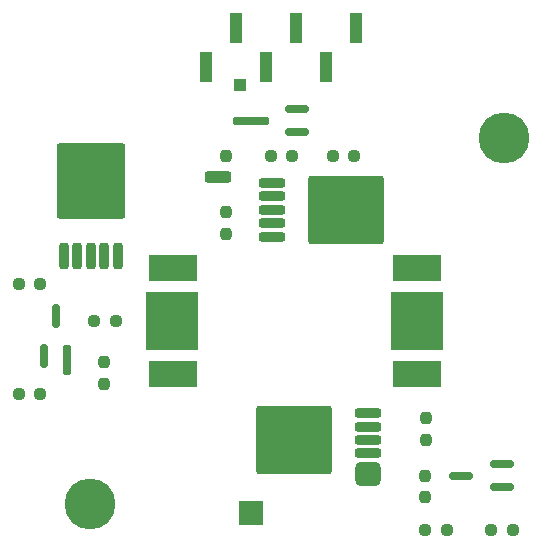
<source format=gbr>
%TF.GenerationSoftware,KiCad,Pcbnew,9.0.2*%
%TF.CreationDate,2025-11-10T02:45:49+09:00*%
%TF.ProjectId,Pmod_PLED,506d6f64-5f50-44c4-9544-2e6b69636164,rev?*%
%TF.SameCoordinates,Original*%
%TF.FileFunction,Soldermask,Top*%
%TF.FilePolarity,Negative*%
%FSLAX46Y46*%
G04 Gerber Fmt 4.6, Leading zero omitted, Abs format (unit mm)*
G04 Created by KiCad (PCBNEW 9.0.2) date 2025-11-10 02:45:49*
%MOMM*%
%LPD*%
G01*
G04 APERTURE LIST*
G04 Aperture macros list*
%AMRoundRect*
0 Rectangle with rounded corners*
0 $1 Rounding radius*
0 $2 $3 $4 $5 $6 $7 $8 $9 X,Y pos of 4 corners*
0 Add a 4 corners polygon primitive as box body*
4,1,4,$2,$3,$4,$5,$6,$7,$8,$9,$2,$3,0*
0 Add four circle primitives for the rounded corners*
1,1,$1+$1,$2,$3*
1,1,$1+$1,$4,$5*
1,1,$1+$1,$6,$7*
1,1,$1+$1,$8,$9*
0 Add four rect primitives between the rounded corners*
20,1,$1+$1,$2,$3,$4,$5,0*
20,1,$1+$1,$4,$5,$6,$7,0*
20,1,$1+$1,$6,$7,$8,$9,0*
20,1,$1+$1,$8,$9,$2,$3,0*%
%AMFreePoly0*
4,1,5,2.000000,-1.100000,-2.000000,-1.100000,-2.000000,1.100000,2.000000,1.100000,2.000000,-1.100000,2.000000,-1.100000,$1*%
%AMFreePoly1*
4,1,5,2.200000,-2.420000,-2.200000,-2.420000,-2.200000,2.420000,2.200000,2.420000,2.200000,-2.420000,2.200000,-2.420000,$1*%
G04 Aperture macros list end*
%ADD10RoundRect,0.200000X0.900000X0.200000X-0.900000X0.200000X-0.900000X-0.200000X0.900000X-0.200000X0*%
%ADD11RoundRect,0.249997X2.950003X2.650003X-2.950003X2.650003X-2.950003X-2.650003X2.950003X-2.650003X0*%
%ADD12RoundRect,0.514250X0.585750X0.514250X-0.585750X0.514250X-0.585750X-0.514250X0.585750X-0.514250X0*%
%ADD13R,2.000000X2.000000*%
%ADD14R,1.000000X2.510000*%
%ADD15R,1.008000X2.521000*%
%ADD16R,1.016000X2.540000*%
%ADD17RoundRect,0.162500X0.162500X-0.837500X0.162500X0.837500X-0.162500X0.837500X-0.162500X-0.837500X0*%
%ADD18RoundRect,0.162500X0.162500X-1.133500X0.162500X1.133500X-0.162500X1.133500X-0.162500X-1.133500X0*%
%ADD19R,1.000000X1.000000*%
%ADD20RoundRect,0.237500X0.250000X0.237500X-0.250000X0.237500X-0.250000X-0.237500X0.250000X-0.237500X0*%
%ADD21RoundRect,0.237500X0.237500X-0.250000X0.237500X0.250000X-0.237500X0.250000X-0.237500X-0.250000X0*%
%ADD22RoundRect,0.243750X-0.882750X0.243750X-0.882750X-0.243750X0.882750X-0.243750X0.882750X0.243750X0*%
%ADD23RoundRect,0.237500X-0.237500X0.250000X-0.237500X-0.250000X0.237500X-0.250000X0.237500X0.250000X0*%
%ADD24RoundRect,0.162500X1.387500X0.162500X-1.387500X0.162500X-1.387500X-0.162500X1.387500X-0.162500X0*%
%ADD25RoundRect,0.162500X0.837500X0.162500X-0.837500X0.162500X-0.837500X-0.162500X0.837500X-0.162500X0*%
%ADD26RoundRect,0.200000X0.200000X-0.900000X0.200000X0.900000X-0.200000X0.900000X-0.200000X-0.900000X0*%
%ADD27RoundRect,0.249997X2.650003X-2.950003X2.650003X2.950003X-2.650003X2.950003X-2.650003X-2.950003X0*%
%ADD28RoundRect,0.200000X-0.900000X-0.200000X0.900000X-0.200000X0.900000X0.200000X-0.900000X0.200000X0*%
%ADD29RoundRect,0.249997X-2.950003X-2.650003X2.950003X-2.650003X2.950003X2.650003X-2.950003X2.650003X0*%
%ADD30RoundRect,0.237500X-0.250000X-0.237500X0.250000X-0.237500X0.250000X0.237500X-0.250000X0.237500X0*%
%ADD31C,4.300000*%
%ADD32FreePoly0,180.000000*%
%ADD33FreePoly1,180.000000*%
G04 APERTURE END LIST*
D10*
%TO.C,U3*%
X148092800Y-96957800D03*
X148092800Y-98097800D03*
D11*
X141792800Y-99237800D03*
D10*
X148092800Y-99237800D03*
X148092800Y-100377800D03*
D12*
X148092800Y-102146300D03*
%TD*%
D13*
%TO.C,REF\u002A\u002A*%
X138201400Y-105435400D03*
%TD*%
D14*
%TO.C,J2*%
X147040600Y-64381000D03*
D15*
X144496600Y-67696500D03*
D14*
X141960600Y-64381000D03*
X139420600Y-67691000D03*
D16*
X136880600Y-64385000D03*
D14*
X134340600Y-67691000D03*
%TD*%
D17*
%TO.C,Q4*%
X120690600Y-92134000D03*
D18*
X122590600Y-92430000D03*
D17*
X121640600Y-88714000D03*
%TD*%
D19*
%TO.C,REF\u002A\u002A*%
X137261600Y-69189600D03*
%TD*%
D20*
%TO.C,R7*%
X120343300Y-95351600D03*
X118518300Y-95351600D03*
%TD*%
D21*
%TO.C,R3*%
X152984200Y-97409000D03*
X152984200Y-99234000D03*
%TD*%
%TO.C,R6*%
X152958800Y-102262300D03*
X152958800Y-104087300D03*
%TD*%
D22*
%TO.C,R5*%
X135416300Y-76985500D03*
D23*
X136067800Y-75160500D03*
%TD*%
D24*
%TO.C,Q1*%
X138151200Y-72186800D03*
D25*
X142121200Y-71236800D03*
X142121200Y-73136800D03*
%TD*%
D26*
%TO.C,U1*%
X126892400Y-83616800D03*
X125752400Y-83616800D03*
D27*
X124612400Y-77316800D03*
D26*
X124612400Y-83616800D03*
X123472400Y-83616800D03*
X122332400Y-83616800D03*
%TD*%
D28*
%TO.C,U2*%
X139951800Y-82011600D03*
X139951800Y-80871600D03*
D29*
X146251800Y-79731600D03*
D28*
X139951800Y-79731600D03*
X139951800Y-78591600D03*
X139951800Y-77451600D03*
%TD*%
D20*
%TO.C,R11*%
X145112100Y-75184000D03*
X146937100Y-75184000D03*
%TD*%
%TO.C,R10*%
X139854300Y-75158600D03*
X141679300Y-75158600D03*
%TD*%
D23*
%TO.C,R8*%
X125704600Y-94460700D03*
X125704600Y-92635700D03*
%TD*%
D30*
%TO.C,R4*%
X120343300Y-86029800D03*
X118518300Y-86029800D03*
%TD*%
D31*
%TO.C,REF\u002A\u002A*%
X124588200Y-104660000D03*
%TD*%
%TO.C,REF\u002A\u002A*%
X159613600Y-73660000D03*
%TD*%
D20*
%TO.C,R15*%
X160373700Y-106883200D03*
X158548700Y-106883200D03*
%TD*%
D25*
%TO.C,Q2*%
X159418600Y-103204500D03*
X159418600Y-101304500D03*
X155998600Y-102254500D03*
%TD*%
D23*
%TO.C,R1*%
X136093200Y-79961100D03*
X136093200Y-81786100D03*
%TD*%
D30*
%TO.C,R2*%
X124893700Y-89128600D03*
X126718700Y-89128600D03*
%TD*%
D20*
%TO.C,R14*%
X154785700Y-106832400D03*
X152960700Y-106832400D03*
%TD*%
D32*
%TO.C,D1*%
X152259000Y-93654000D03*
D33*
X152259000Y-89154000D03*
D32*
X152259000Y-84654000D03*
X131559000Y-84654000D03*
D33*
X131459000Y-89154000D03*
D32*
X131559000Y-93654000D03*
%TD*%
M02*

</source>
